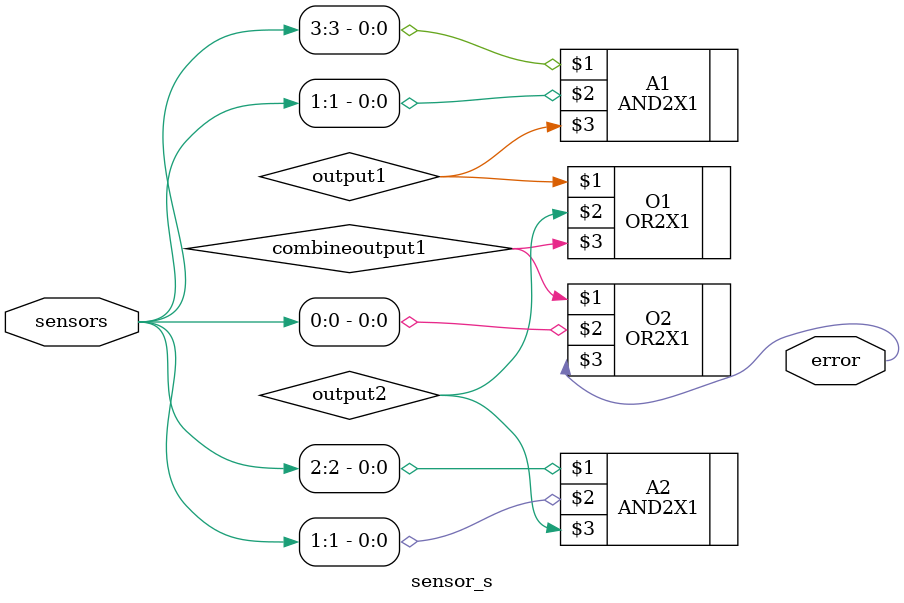
<source format=sv>
module sensor_s(input wire [3:0] sensors, output wire error);

wire output1;
wire output2;
wire combineoutput1;

AND2X1 A1(sensors[3],sensors[1], output1);
AND2X1 A2(sensors[2], sensors[1], output2);
OR2X1 O1(output1, output2, combineoutput1);
OR2X1 O2(combineoutput1, sensors[0], error);
endmodule
</source>
